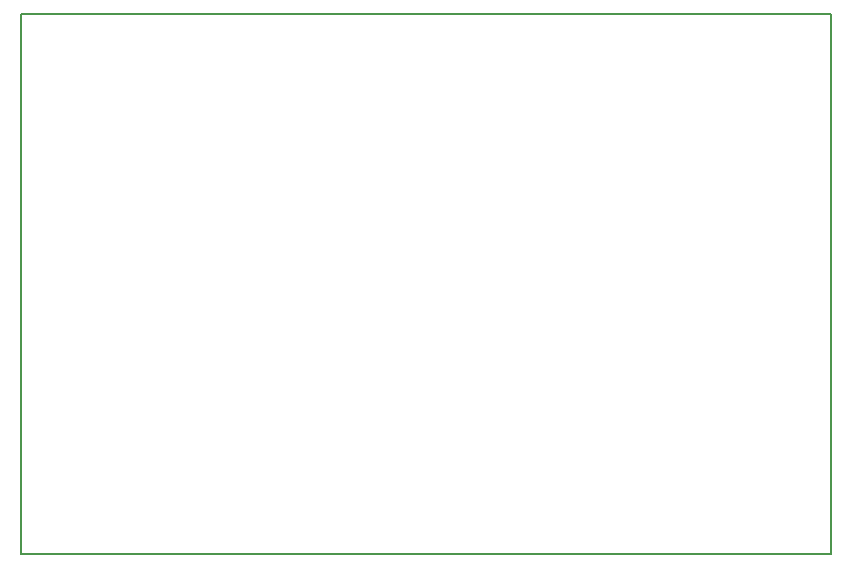
<source format=gbr>
%TF.GenerationSoftware,KiCad,Pcbnew,(6.0.1)*%
%TF.CreationDate,2022-02-07T14:27:38+00:00*%
%TF.ProjectId,24p_fpc_keyboard,3234705f-6670-4635-9f6b-6579626f6172,rev?*%
%TF.SameCoordinates,Original*%
%TF.FileFunction,Paste,Bot*%
%TF.FilePolarity,Positive*%
%FSLAX46Y46*%
G04 Gerber Fmt 4.6, Leading zero omitted, Abs format (unit mm)*
G04 Created by KiCad (PCBNEW (6.0.1)) date 2022-02-07 14:27:38*
%MOMM*%
%LPD*%
G01*
G04 APERTURE LIST*
%TA.AperFunction,Profile*%
%ADD10C,0.200000*%
%TD*%
G04 APERTURE END LIST*
D10*
X175260000Y-48260000D02*
X106680000Y-48260000D01*
X106680000Y-48260000D02*
X106680000Y-93980000D01*
X106680000Y-93980000D02*
X175260000Y-93980000D01*
X175260000Y-93980000D02*
X175260000Y-48260000D01*
M02*

</source>
